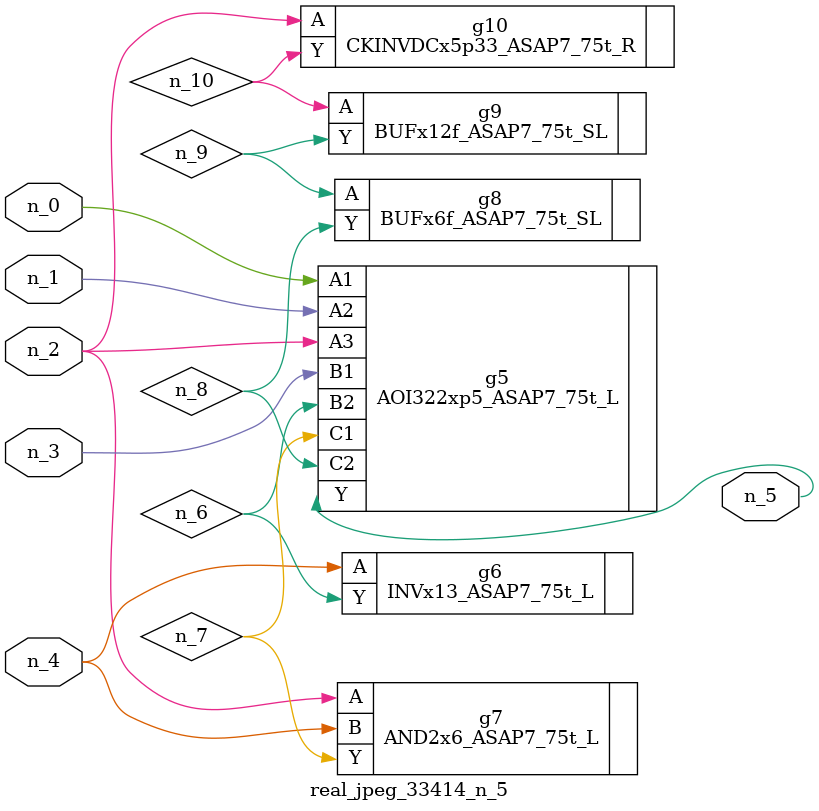
<source format=v>
module real_jpeg_33414_n_5 (n_4, n_0, n_1, n_2, n_3, n_5);

input n_4;
input n_0;
input n_1;
input n_2;
input n_3;

output n_5;

wire n_8;
wire n_6;
wire n_7;
wire n_10;
wire n_9;

AOI322xp5_ASAP7_75t_L g5 ( 
.A1(n_0),
.A2(n_1),
.A3(n_2),
.B1(n_3),
.B2(n_6),
.C1(n_7),
.C2(n_8),
.Y(n_5)
);

AND2x6_ASAP7_75t_L g7 ( 
.A(n_2),
.B(n_4),
.Y(n_7)
);

CKINVDCx5p33_ASAP7_75t_R g10 ( 
.A(n_2),
.Y(n_10)
);

INVx13_ASAP7_75t_L g6 ( 
.A(n_4),
.Y(n_6)
);

BUFx6f_ASAP7_75t_SL g8 ( 
.A(n_9),
.Y(n_8)
);

BUFx12f_ASAP7_75t_SL g9 ( 
.A(n_10),
.Y(n_9)
);


endmodule
</source>
